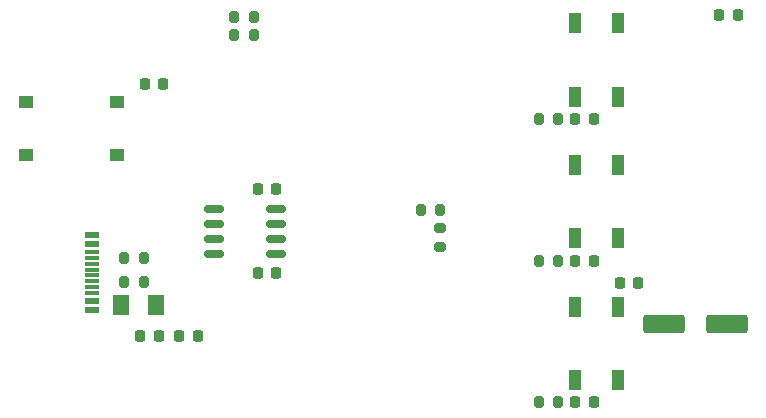
<source format=gbr>
%TF.GenerationSoftware,KiCad,Pcbnew,7.0.7*%
%TF.CreationDate,2024-01-02T18:34:25+01:00*%
%TF.ProjectId,maui feeder circuit,6d617569-2066-4656-9564-657220636972,1.0*%
%TF.SameCoordinates,Original*%
%TF.FileFunction,Paste,Top*%
%TF.FilePolarity,Positive*%
%FSLAX46Y46*%
G04 Gerber Fmt 4.6, Leading zero omitted, Abs format (unit mm)*
G04 Created by KiCad (PCBNEW 7.0.7) date 2024-01-02 18:34:25*
%MOMM*%
%LPD*%
G01*
G04 APERTURE LIST*
G04 Aperture macros list*
%AMRoundRect*
0 Rectangle with rounded corners*
0 $1 Rounding radius*
0 $2 $3 $4 $5 $6 $7 $8 $9 X,Y pos of 4 corners*
0 Add a 4 corners polygon primitive as box body*
4,1,4,$2,$3,$4,$5,$6,$7,$8,$9,$2,$3,0*
0 Add four circle primitives for the rounded corners*
1,1,$1+$1,$2,$3*
1,1,$1+$1,$4,$5*
1,1,$1+$1,$6,$7*
1,1,$1+$1,$8,$9*
0 Add four rect primitives between the rounded corners*
20,1,$1+$1,$2,$3,$4,$5,0*
20,1,$1+$1,$4,$5,$6,$7,0*
20,1,$1+$1,$6,$7,$8,$9,0*
20,1,$1+$1,$8,$9,$2,$3,0*%
G04 Aperture macros list end*
%ADD10RoundRect,0.200000X0.200000X0.275000X-0.200000X0.275000X-0.200000X-0.275000X0.200000X-0.275000X0*%
%ADD11RoundRect,0.200000X-0.200000X-0.275000X0.200000X-0.275000X0.200000X0.275000X-0.200000X0.275000X0*%
%ADD12RoundRect,0.150000X-0.675000X-0.150000X0.675000X-0.150000X0.675000X0.150000X-0.675000X0.150000X0*%
%ADD13R,1.150000X0.600000*%
%ADD14R,1.150000X0.300000*%
%ADD15RoundRect,0.225000X0.225000X0.250000X-0.225000X0.250000X-0.225000X-0.250000X0.225000X-0.250000X0*%
%ADD16R,1.100000X1.800000*%
%ADD17RoundRect,0.225000X-0.225000X-0.250000X0.225000X-0.250000X0.225000X0.250000X-0.225000X0.250000X0*%
%ADD18R,1.250000X1.000000*%
%ADD19RoundRect,0.200000X0.275000X-0.200000X0.275000X0.200000X-0.275000X0.200000X-0.275000X-0.200000X0*%
%ADD20RoundRect,0.250001X-0.462499X-0.624999X0.462499X-0.624999X0.462499X0.624999X-0.462499X0.624999X0*%
%ADD21RoundRect,0.250000X-1.500000X-0.550000X1.500000X-0.550000X1.500000X0.550000X-1.500000X0.550000X0*%
G04 APERTURE END LIST*
D10*
%TO.C,R8*%
X135142200Y-86780200D03*
X133492200Y-86780200D03*
%TD*%
D11*
%TO.C,R1*%
X168595000Y-73000000D03*
X170245000Y-73000000D03*
%TD*%
D12*
%TO.C,U5*%
X141141000Y-80608000D03*
X141141000Y-81878000D03*
X141141000Y-83148000D03*
X141141000Y-84418000D03*
X146391000Y-84418000D03*
X146391000Y-83148000D03*
X146391000Y-81878000D03*
X146391000Y-80608000D03*
%TD*%
D11*
%TO.C,R9*%
X133492200Y-84748200D03*
X135142200Y-84748200D03*
%TD*%
D13*
%TO.C,J3*%
X130755000Y-82800000D03*
X130755000Y-83600000D03*
D14*
X130755000Y-84250000D03*
X130755000Y-84750000D03*
X130755000Y-85250000D03*
X130755000Y-85750000D03*
X130755000Y-86250000D03*
X130755000Y-86750000D03*
X130755000Y-87250000D03*
X130755000Y-87750000D03*
D13*
X130755000Y-88400000D03*
X130755000Y-89200000D03*
%TD*%
D15*
%TO.C,C5*%
X177022695Y-86912742D03*
X175472695Y-86912742D03*
%TD*%
D11*
%TO.C,R3*%
X168595000Y-85000000D03*
X170245000Y-85000000D03*
%TD*%
%TO.C,R5*%
X142814000Y-65876000D03*
X144464000Y-65876000D03*
%TD*%
D15*
%TO.C,C9*%
X146369800Y-78957000D03*
X144819800Y-78957000D03*
%TD*%
D11*
%TO.C,R2*%
X168595000Y-97000000D03*
X170245000Y-97000000D03*
%TD*%
%TO.C,R4*%
X142814000Y-64352000D03*
X144464000Y-64352000D03*
%TD*%
D16*
%TO.C,SW2*%
X171650000Y-95100000D03*
X171650000Y-88900000D03*
X175350000Y-95100000D03*
X175350000Y-88900000D03*
%TD*%
D17*
%TO.C,C1*%
X171709000Y-73000000D03*
X173259000Y-73000000D03*
%TD*%
D15*
%TO.C,C8*%
X136413000Y-91403000D03*
X134863000Y-91403000D03*
%TD*%
D18*
%TO.C,SW5*%
X125159000Y-76036000D03*
X132909000Y-76036000D03*
%TD*%
D17*
%TO.C,C2*%
X171693000Y-97000000D03*
X173243000Y-97000000D03*
%TD*%
D10*
%TO.C,R7*%
X160272808Y-80735531D03*
X158622808Y-80735531D03*
%TD*%
D16*
%TO.C,SW1*%
X171650000Y-71100000D03*
X171650000Y-64900000D03*
X175350000Y-71100000D03*
X175350000Y-64900000D03*
%TD*%
D18*
%TO.C,SW4*%
X132909000Y-71591000D03*
X125159000Y-71591000D03*
%TD*%
D15*
%TO.C,C4*%
X185435000Y-64225000D03*
X183885000Y-64225000D03*
%TD*%
D19*
%TO.C,R6*%
X160276000Y-83846000D03*
X160276000Y-82196000D03*
%TD*%
D17*
%TO.C,C3*%
X171709000Y-85000000D03*
X173259000Y-85000000D03*
%TD*%
D20*
%TO.C,F1*%
X133262500Y-88750000D03*
X136237500Y-88750000D03*
%TD*%
D17*
%TO.C,C7*%
X138165000Y-91403000D03*
X139715000Y-91403000D03*
%TD*%
D21*
%TO.C,C10*%
X179166000Y-90387000D03*
X184566000Y-90387000D03*
%TD*%
D16*
%TO.C,SW3*%
X171650000Y-83100000D03*
X171650000Y-76900000D03*
X175350000Y-83100000D03*
X175350000Y-76900000D03*
%TD*%
D17*
%TO.C,C6*%
X135225000Y-70000000D03*
X136775000Y-70000000D03*
%TD*%
D15*
%TO.C,C11*%
X146369800Y-86069000D03*
X144819800Y-86069000D03*
%TD*%
M02*

</source>
